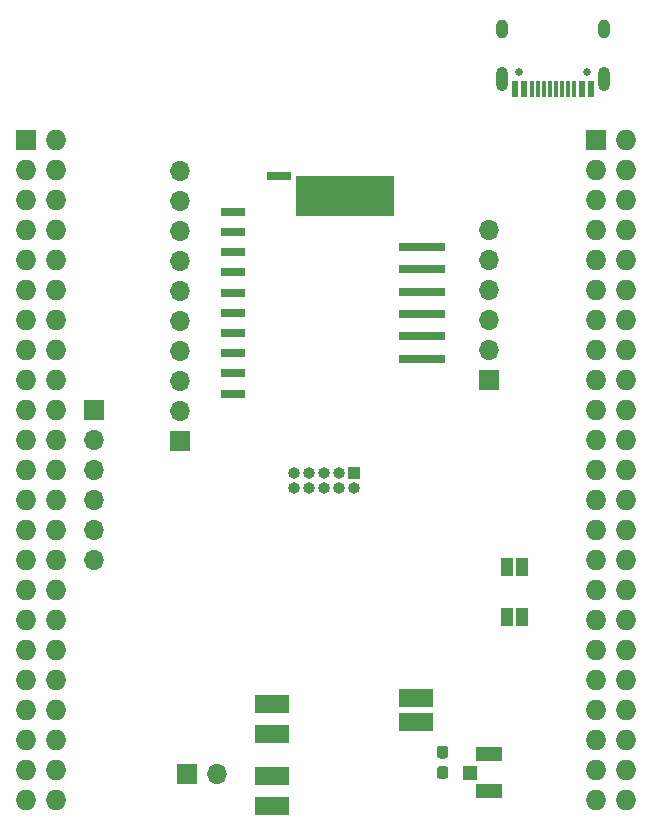
<source format=gbr>
%TF.GenerationSoftware,KiCad,Pcbnew,(5.1.7-0-10_14)*%
%TF.CreationDate,2020-11-18T23:59:02+08:00*%
%TF.ProjectId,bbb_multirouter,6262625f-6d75-46c7-9469-726f75746572,rev?*%
%TF.SameCoordinates,Original*%
%TF.FileFunction,Soldermask,Bot*%
%TF.FilePolarity,Negative*%
%FSLAX46Y46*%
G04 Gerber Fmt 4.6, Leading zero omitted, Abs format (unit mm)*
G04 Created by KiCad (PCBNEW (5.1.7-0-10_14)) date 2020-11-18 23:59:02*
%MOMM*%
%LPD*%
G01*
G04 APERTURE LIST*
%ADD10O,1.700000X1.700000*%
%ADD11R,1.700000X1.700000*%
%ADD12R,2.199996X1.199896*%
%ADD13R,1.299997X1.299997*%
%ADD14R,2.999994X1.500124*%
%ADD15R,1.000000X1.500000*%
%ADD16O,1.000000X1.000000*%
%ADD17R,1.000000X1.000000*%
%ADD18R,8.400034X3.499866*%
%ADD19R,1.999996X0.800100*%
%ADD20R,3.999992X0.800100*%
%ADD21R,0.600000X1.450000*%
%ADD22R,0.300000X1.450000*%
%ADD23O,1.000000X2.100000*%
%ADD24C,0.650000*%
%ADD25O,1.000000X1.600000*%
%ADD26R,1.727200X1.727200*%
%ADD27O,1.727200X1.727200*%
G04 APERTURE END LIST*
D10*
%TO.C,J5*%
X129460100Y-64962400D03*
X129460100Y-67502400D03*
X129460100Y-70042400D03*
X129460100Y-72582400D03*
X129460100Y-75122400D03*
X129460100Y-77662400D03*
X129460100Y-80202400D03*
X129460100Y-82742400D03*
X129460100Y-85282400D03*
D11*
X129460100Y-87822400D03*
%TD*%
D10*
%TO.C,J4*%
X155570100Y-69942400D03*
X155570100Y-72482400D03*
X155570100Y-75022400D03*
X155570100Y-77562400D03*
X155570100Y-80102400D03*
D11*
X155570100Y-82642400D03*
%TD*%
%TO.C,C1*%
G36*
G01*
X151897600Y-114727400D02*
X151422600Y-114727400D01*
G75*
G02*
X151185100Y-114489900I0J237500D01*
G01*
X151185100Y-113889900D01*
G75*
G02*
X151422600Y-113652400I237500J0D01*
G01*
X151897600Y-113652400D01*
G75*
G02*
X152135100Y-113889900I0J-237500D01*
G01*
X152135100Y-114489900D01*
G75*
G02*
X151897600Y-114727400I-237500J0D01*
G01*
G37*
G36*
G01*
X151897600Y-116452400D02*
X151422600Y-116452400D01*
G75*
G02*
X151185100Y-116214900I0J237500D01*
G01*
X151185100Y-115614900D01*
G75*
G02*
X151422600Y-115377400I237500J0D01*
G01*
X151897600Y-115377400D01*
G75*
G02*
X152135100Y-115614900I0J-237500D01*
G01*
X152135100Y-116214900D01*
G75*
G02*
X151897600Y-116452400I-237500J0D01*
G01*
G37*
%TD*%
D12*
%TO.C,JP3*%
X155555054Y-114372492D03*
D13*
X154005146Y-115923670D03*
D12*
X155555054Y-117472308D03*
%TD*%
D14*
%TO.C,U2*%
X149452100Y-111656400D03*
X149452100Y-109624400D03*
X137260100Y-110132400D03*
X137260100Y-112672400D03*
X137260100Y-116228400D03*
X137260100Y-118768400D03*
%TD*%
D15*
%TO.C,JP2*%
X157100100Y-98552400D03*
X158400100Y-98552400D03*
%TD*%
%TO.C,JP1*%
X157100100Y-102742400D03*
X158400100Y-102742400D03*
%TD*%
D16*
%TO.C,CON1*%
X139050100Y-90587400D03*
X139050100Y-91857400D03*
X140320100Y-90587400D03*
X140320100Y-91857400D03*
X141590100Y-90587400D03*
X141590100Y-91857400D03*
X142860100Y-90587400D03*
X142860100Y-91857400D03*
X144130100Y-91857400D03*
D17*
X144130100Y-90587400D03*
%TD*%
D18*
%TO.C,U1*%
X143410150Y-67142348D03*
D19*
X137810212Y-65392542D03*
D20*
X149960048Y-71392276D03*
X149960048Y-73292450D03*
X149960048Y-75192370D03*
X149960048Y-77092290D03*
X149960048Y-78992464D03*
X149960048Y-80892384D03*
D19*
X133960080Y-83832434D03*
X133960080Y-82122506D03*
X133960080Y-80412324D03*
X133960080Y-78702396D03*
X133960080Y-76992468D03*
X133960080Y-75282286D03*
X133960080Y-73572358D03*
X133960080Y-71862430D03*
X133960080Y-70152502D03*
X133960080Y-68442320D03*
%TD*%
D21*
%TO.C,J3*%
X164260100Y-58077400D03*
X163460100Y-58077400D03*
X158560100Y-58077400D03*
X157760100Y-58077400D03*
X157760100Y-58077400D03*
X158560100Y-58077400D03*
X163460100Y-58077400D03*
X164260100Y-58077400D03*
D22*
X159260100Y-58077400D03*
X159760100Y-58077400D03*
X160260100Y-58077400D03*
X161260100Y-58077400D03*
X161760100Y-58077400D03*
X162260100Y-58077400D03*
X162760100Y-58077400D03*
X160760100Y-58077400D03*
D23*
X165330100Y-57162400D03*
X156690100Y-57162400D03*
D24*
X158120100Y-56632400D03*
D25*
X156690100Y-52982400D03*
D24*
X163900100Y-56632400D03*
D25*
X165330100Y-52982400D03*
%TD*%
D10*
%TO.C,J2*%
X132570100Y-116039400D03*
D11*
X130030100Y-116039400D03*
%TD*%
D10*
%TO.C,J1*%
X122137100Y-97942400D03*
X122137100Y-95402400D03*
X122137100Y-92862400D03*
X122137100Y-90322400D03*
X122137100Y-87782400D03*
D11*
X122137100Y-85242400D03*
%TD*%
D26*
%TO.C,P8*%
X164630100Y-62382400D03*
D27*
X167170100Y-62382400D03*
X164630100Y-64922400D03*
X167170100Y-64922400D03*
X164630100Y-67462400D03*
X167170100Y-67462400D03*
X164630100Y-70002400D03*
X167170100Y-70002400D03*
X164630100Y-72542400D03*
X167170100Y-72542400D03*
X164630100Y-75082400D03*
X167170100Y-75082400D03*
X164630100Y-77622400D03*
X167170100Y-77622400D03*
X164630100Y-80162400D03*
X167170100Y-80162400D03*
X164630100Y-82702400D03*
X167170100Y-82702400D03*
X164630100Y-85242400D03*
X167170100Y-85242400D03*
X164630100Y-87782400D03*
X167170100Y-87782400D03*
X164630100Y-90322400D03*
X167170100Y-90322400D03*
X164630100Y-92862400D03*
X167170100Y-92862400D03*
X164630100Y-95402400D03*
X167170100Y-95402400D03*
X164630100Y-97942400D03*
X167170100Y-97942400D03*
X164630100Y-100482400D03*
X167170100Y-100482400D03*
X164630100Y-103022400D03*
X167170100Y-103022400D03*
X164630100Y-105562400D03*
X167170100Y-105562400D03*
X164630100Y-108102400D03*
X167170100Y-108102400D03*
X164630100Y-110642400D03*
X167170100Y-110642400D03*
X164630100Y-113182400D03*
X167170100Y-113182400D03*
X164630100Y-115722400D03*
X167170100Y-115722400D03*
X164630100Y-118262400D03*
X167170100Y-118262400D03*
%TD*%
D26*
%TO.C,P9*%
X116370100Y-62382400D03*
D27*
X118910100Y-62382400D03*
X116370100Y-64922400D03*
X118910100Y-64922400D03*
X116370100Y-67462400D03*
X118910100Y-67462400D03*
X116370100Y-70002400D03*
X118910100Y-70002400D03*
X116370100Y-72542400D03*
X118910100Y-72542400D03*
X116370100Y-75082400D03*
X118910100Y-75082400D03*
X116370100Y-77622400D03*
X118910100Y-77622400D03*
X116370100Y-80162400D03*
X118910100Y-80162400D03*
X116370100Y-82702400D03*
X118910100Y-82702400D03*
X116370100Y-85242400D03*
X118910100Y-85242400D03*
X116370100Y-87782400D03*
X118910100Y-87782400D03*
X116370100Y-90322400D03*
X118910100Y-90322400D03*
X116370100Y-92862400D03*
X118910100Y-92862400D03*
X116370100Y-95402400D03*
X118910100Y-95402400D03*
X116370100Y-97942400D03*
X118910100Y-97942400D03*
X116370100Y-100482400D03*
X118910100Y-100482400D03*
X116370100Y-103022400D03*
X118910100Y-103022400D03*
X116370100Y-105562400D03*
X118910100Y-105562400D03*
X116370100Y-108102400D03*
X118910100Y-108102400D03*
X116370100Y-110642400D03*
X118910100Y-110642400D03*
X116370100Y-113182400D03*
X118910100Y-113182400D03*
X116370100Y-115722400D03*
X118910100Y-115722400D03*
X116370100Y-118262400D03*
X118910100Y-118262400D03*
%TD*%
M02*

</source>
